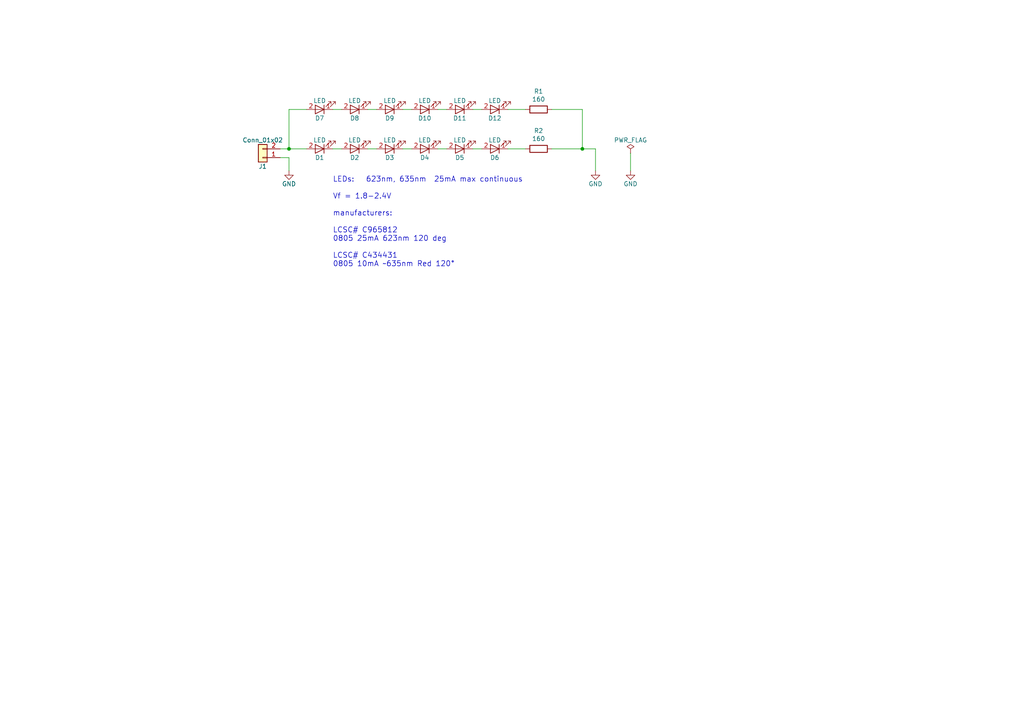
<source format=kicad_sch>
(kicad_sch (version 20211123) (generator eeschema)
  (paper "A4")
  (lib_symbols
    (symbol "Device:R" (pin_numbers hide) (pin_names (offset 0))
      (property "Reference" "R" (at 2.032 0 90))
      (property "Value" "R" (at 0 0 90))
      (symbol "R_0_1"
        (rectangle (start -1.016 -2.54) (end 1.016 2.54) (stroke (width 0.254)))
      )
      (symbol "R_1_1"
        (pin passive line (at 0 3.81 270) (length 1.27) (name "~") (number "1"))
        (pin passive line (at 0 -3.81 90) (length 1.27) (name "~") (number "2"))
      )
    )
    (symbol "led_ring-rescue:Conn_01x02" (pin_names (offset 1.016) hide)
      (property "Reference" "J" (at 0 2.54 0))
      (property "Value" "Conn_01x02" (at 0 -5.08 0))
      (symbol "Conn_01x02_1_1"
        (rectangle (start -1.27 -2.413) (end 0 -2.667) (stroke (width 0.1524)))
        (rectangle (start -1.27 0.127) (end 0 -0.127) (stroke (width 0.1524)))
        (rectangle (start -1.27 1.27) (end 1.27 -3.81) (stroke (width 0.254)) (fill (type background)))
        (pin passive line (at -5.08 0 0) (length 3.81) (name "Pin_1") (number "1"))
        (pin passive line (at -5.08 -2.54 0) (length 3.81) (name "Pin_2") (number "2"))
      )
    )
    (symbol "led_ring-rescue:LED" (pin_names (offset 1.016) hide)
      (property "Reference" "D" (at 0 2.54 0))
      (property "Value" "LED" (at 0 -2.54 0))
      (symbol "LED_0_1"
        (polyline (pts (xy -1.27 -1.27) (xy -1.27 1.27)) (stroke (width 0.2032)))
        (polyline (pts (xy -1.27 0) (xy 1.27 0)))
        (polyline (pts (xy 1.27 -1.27) (xy 1.27 1.27) (xy -1.27 0) (xy 1.27 -1.27)) (stroke (width 0.2032)))
        (polyline (pts (xy -3.048 -0.762) (xy -4.572 -2.286) (xy -3.81 -2.286) (xy -4.572 -2.286) (xy -4.572 -1.524)))
        (polyline (pts (xy -1.778 -0.762) (xy -3.302 -2.286) (xy -2.54 -2.286) (xy -3.302 -2.286) (xy -3.302 -1.524)))
      )
      (symbol "LED_1_1"
        (pin passive line (at -3.81 0 0) (length 2.54) (name "K") (number "1"))
        (pin passive line (at 3.81 0 180) (length 2.54) (name "A") (number "2"))
      )
    )
    (symbol "power:GND" (power) (pin_names (offset 0))
      (property "Value" "GND" (at 0 -3.81 0))
      (symbol "GND_0_1"
        (polyline (pts (xy 0 0) (xy 0 -1.27) (xy 1.27 -1.27) (xy 0 -2.54) (xy -1.27 -1.27) (xy 0 -1.27)))
      )
      (symbol "GND_1_1"
        (pin power_in line (at 0 0 270) (length 0) hide (name "GND") (number "1"))
      )
    )
    (symbol "power:PWR_FLAG" (power) (pin_numbers hide) (pin_names (offset 0) hide)
      (property "Value" "PWR_FLAG" (at 0 3.81 0))
      (symbol "PWR_FLAG_0_0"
        (pin power_out line (at 0 0 90) (length 0) (name "pwr") (number "1"))
      )
      (symbol "PWR_FLAG_0_1"
        (polyline (pts (xy 0 0) (xy 0 1.27) (xy -1.016 1.905) (xy 0 2.54) (xy 1.016 1.905) (xy 0 1.27)))
      )
    )
  )
  (junction (at 168.91 43.18))
  (junction (at 83.82 43.18))
  (wire (pts (xy 127 43.18) (xy 129.54 43.18)))
  (wire (pts (xy 182.88 44.45) (xy 182.88 49.53)))
  (wire (pts (xy 137.16 31.75) (xy 139.7 31.75)))
  (wire (pts (xy 106.68 43.18) (xy 109.22 43.18)))
  (wire (pts (xy 83.82 31.75) (xy 83.82 43.18)))
  (wire (pts (xy 147.32 43.18) (xy 152.4 43.18)))
  (wire (pts (xy 106.68 31.75) (xy 109.22 31.75)))
  (wire (pts (xy 81.28 43.18) (xy 83.82 43.18)))
  (wire (pts (xy 168.91 43.18) (xy 172.72 43.18)))
  (wire (pts (xy 83.82 43.18) (xy 88.9 43.18)))
  (wire (pts (xy 172.72 43.18) (xy 172.72 49.53)))
  (wire (pts (xy 147.32 31.75) (xy 152.4 31.75)))
  (wire (pts (xy 96.52 43.18) (xy 99.06 43.18)))
  (wire (pts (xy 83.82 45.72) (xy 83.82 49.53)))
  (wire (pts (xy 137.16 43.18) (xy 139.7 43.18)))
  (wire (pts (xy 160.02 43.18) (xy 168.91 43.18)))
  (wire (pts (xy 116.84 43.18) (xy 119.38 43.18)))
  (wire (pts (xy 81.28 45.72) (xy 83.82 45.72)))
  (wire (pts (xy 127 31.75) (xy 129.54 31.75)))
  (wire (pts (xy 88.9 31.75) (xy 83.82 31.75)))
  (wire (pts (xy 168.91 31.75) (xy 168.91 43.18)))
  (wire (pts (xy 116.84 31.75) (xy 119.38 31.75)))
  (wire (pts (xy 160.02 31.75) (xy 168.91 31.75)))
  (wire (pts (xy 96.52 31.75) (xy 99.06 31.75)))
  (text "LEDs:   623nm, 635nm  25mA max continuous  \n\nVf = 1.8-2.4V\n\nmanufacturers:  \n\nLCSC# C965812\n0805 25mA 623nm 120 deg\n\nLCSC# C434431\n0805 10mA ~635nm Red 120°\n\n" (at 96.52 80.01 0) (effects (font (size 1.524 1.524)) (justify left bottom)))
  (symbol (lib_id "led_ring-rescue:LED") (at 92.71 43.18 180) (unit 1)
    (property "Reference" "D1" (at 92.71 45.72 0))
    (property "Value" "LED" (at 92.71 40.64 0))
    (property "Footprint" "LED_SMD:LED_0805_2012Metric" (effects hide))
  )
  (symbol (lib_id "led_ring-rescue:Conn_01x02") (at 76.2 45.72 180) (unit 1)
    (property "Reference" "J1" (at 76.2 48.26 0))
    (property "Value" "Conn_01x02" (at 76.2 40.64 0))
    (property "Footprint" "Pin_Headers:Pin_Header_Straight_1x02_Pitch2.54mm" (effects hide))
  )
  (symbol (lib_id "led_ring-rescue:LED") (at 102.87 43.18 180) (unit 1)
    (property "Reference" "D2" (at 102.87 45.72 0))
    (property "Value" "LED" (at 102.87 40.64 0))
    (property "Footprint" "LED_SMD:LED_0805_2012Metric" (effects hide))
  )
  (symbol (lib_id "led_ring-rescue:LED") (at 113.03 43.18 180) (unit 1)
    (property "Reference" "D3" (at 113.03 45.72 0))
    (property "Value" "LED" (at 113.03 40.64 0))
    (property "Footprint" "LED_SMD:LED_0805_2012Metric" (effects hide))
  )
  (symbol (lib_id "led_ring-rescue:LED") (at 123.19 43.18 180) (unit 1)
    (property "Reference" "D4" (at 123.19 45.72 0))
    (property "Value" "LED" (at 123.19 40.64 0))
    (property "Footprint" "LED_SMD:LED_0805_2012Metric" (effects hide))
  )
  (symbol (lib_id "led_ring-rescue:LED") (at 133.35 43.18 180) (unit 1)
    (property "Reference" "D5" (at 133.35 45.72 0))
    (property "Value" "LED" (at 133.35 40.64 0))
    (property "Footprint" "LED_SMD:LED_0805_2012Metric" (effects hide))
  )
  (symbol (lib_id "led_ring-rescue:LED") (at 143.51 43.18 180) (unit 1)
    (property "Reference" "D6" (at 143.51 45.72 0))
    (property "Value" "LED" (at 143.51 40.64 0))
    (property "Footprint" "LED_SMD:LED_0805_2012Metric" (effects hide))
  )
  (symbol (lib_id "led_ring-rescue:LED") (at 92.71 31.75 180) (unit 1)
    (property "Reference" "D7" (at 92.71 34.29 0))
    (property "Value" "LED" (at 92.71 29.21 0))
    (property "Footprint" "LED_SMD:LED_0805_2012Metric" (effects hide))
  )
  (symbol (lib_id "led_ring-rescue:LED") (at 102.87 31.75 180) (unit 1)
    (property "Reference" "D8" (at 102.87 34.29 0))
    (property "Value" "LED" (at 102.87 29.21 0))
    (property "Footprint" "LED_SMD:LED_0805_2012Metric" (effects hide))
  )
  (symbol (lib_id "led_ring-rescue:LED") (at 113.03 31.75 180) (unit 1)
    (property "Reference" "D9" (at 113.03 34.29 0))
    (property "Value" "LED" (at 113.03 29.21 0))
    (property "Footprint" "LED_SMD:LED_0805_2012Metric" (effects hide))
  )
  (symbol (lib_id "led_ring-rescue:LED") (at 123.19 31.75 180) (unit 1)
    (property "Reference" "D10" (at 123.19 34.29 0))
    (property "Value" "LED" (at 123.19 29.21 0))
    (property "Footprint" "LED_SMD:LED_0805_2012Metric" (effects hide))
  )
  (symbol (lib_id "led_ring-rescue:LED") (at 133.35 31.75 180) (unit 1)
    (property "Reference" "D11" (at 133.35 34.29 0))
    (property "Value" "LED" (at 133.35 29.21 0))
    (property "Footprint" "LED_SMD:LED_0805_2012Metric" (effects hide))
  )
  (symbol (lib_id "led_ring-rescue:LED") (at 143.51 31.75 180) (unit 1)
    (property "Reference" "D12" (at 143.51 34.29 0))
    (property "Value" "LED" (at 143.51 29.21 0))
    (property "Footprint" "LED_SMD:LED_0805_2012Metric" (effects hide))
  )
  (symbol (lib_id "power:GND") (at 83.82 49.53 0) (unit 1)
    (property "Reference" "#PWR01" (effects hide))
    (property "Value" "GND" (at 83.82 53.34 0))
  )
  (symbol (lib_id "power:GND") (at 172.72 49.53 0) (unit 1)
    (property "Reference" "#PWR02" (effects hide))
    (property "Value" "GND" (at 172.72 53.34 0))
  )
  (symbol (lib_id "power:PWR_FLAG") (at 182.88 44.45 0) (unit 1)
    (property "Reference" "#FLG03" (effects hide))
    (property "Value" "PWR_FLAG" (at 182.88 40.64 0))
  )
  (symbol (lib_id "power:GND") (at 182.88 49.53 0) (unit 1)
    (property "Reference" "#PWR04" (effects hide))
    (property "Value" "GND" (at 182.88 53.34 0))
  )
  (symbol (lib_id "Device:R") (at 156.21 31.75 270) (unit 1)
    (property "Reference" "R1" (at 156.21 26.4922 90))
    (property "Value" "160" (at 156.21 28.8036 90))
    (property "Footprint" "Resistor_SMD:R_0805_2012Metric" (effects hide))
  )
  (symbol (lib_id "Device:R") (at 156.21 43.18 270) (unit 1)
    (property "Reference" "R2" (at 156.21 37.9222 90))
    (property "Value" "160" (at 156.21 40.2336 90))
    (property "Footprint" "Resistor_SMD:R_0805_2012Metric" (effects hide))
  )
)
</source>
